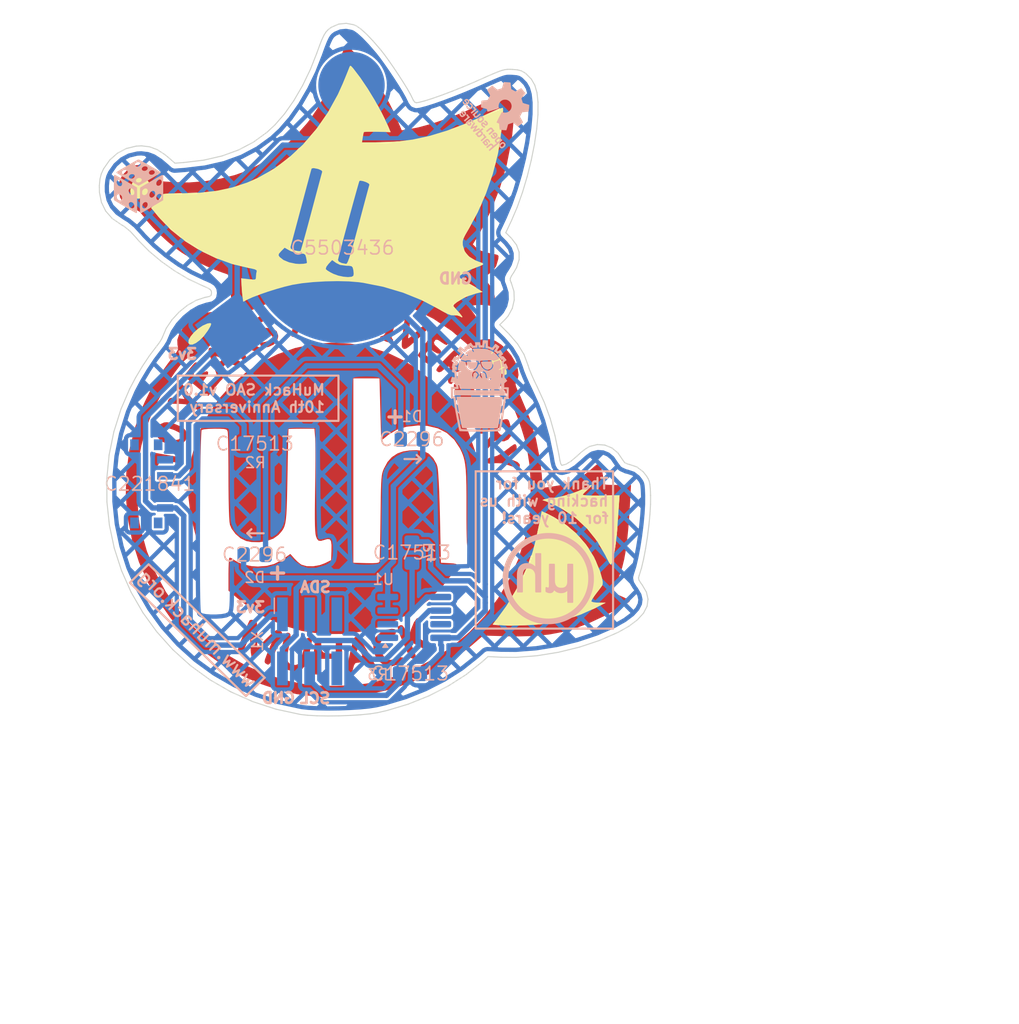
<source format=kicad_pcb>
(kicad_pcb (version 20240108) (generator "pcbnew") (generator_version "8.0")
  (title_block (title "MuHack SAO 10th Anniversary") (date "2024-10-23") (rev "v1.1"))
  (layers (0 "F.Cu" signal) (31 "B.Cu" signal) (34 "B.Paste" user) (35 "F.Paste" user) (36 "B.SilkS" user "B.Silkscreen") (37 "F.SilkS" user "F.Silkscreen") (38 "B.Mask" user) (39 "F.Mask" user) (44 "Edge.Cuts" user))
  (net 0 "")
  (net 1 "Net-(D1-A)")
  (net 4 "GND")
  (net 5 "VCC")
  (net 6 "/SCL")
  (net 7 "/SDA")
  (net 11 "Net-(R2-Pad2)")
  (footprint "LOGO" (layer "F.Cu") (at 107.93 112.15)
    (property "Reference" "G***" (hide yes))
    (property "Value" "LOGO" (hide yes))
  )
  (footprint "LOGO" (layer "F.Cu") (at 64.077608 56.565285)
    (property "Reference" "SilkScreen" (hide yes))
    (property "Value" "SilkScreen" (hide yes))
  )
  (footprint "LOGO" (layer "F.Cu") (at 64.077608 56.565285)
    (property "Reference" "F-Cu" (hide yes))
    (property "Value" "F-Cu" (hide yes))
  )
  (footprint "LOGO" (layer "F.Cu") (at 64.077608 56.565285)
    (property "Reference" "F-Mask" (hide yes))
    (property "Value" "F-Mask" (hide yes))
  )
  (footprint "LOGO" (layer "F.Cu") (at 64.077608 56.565285)
    (property "Reference" "KeepOut-B-SolderMask_LOGO" (hide yes))
    (property "Value" "KeepOut-B-SolderMask_LOGO" (hide yes))
  )
  (footprint "LOGO" (layer "F.Cu") (at 64.077608 56.565285)
    (property "Reference" "B-SolderMask_LOGO" (hide yes))
    (property "Value" "B-SolderMask_LOGO" (hide yes))
  )
  (footprint "LOGO" (layer "F.Cu") (at 64.077608 56.565285)
    (property "Reference" "EdgeCut" (hide yes))
    (property "Value" "EdgeCut" (hide yes))
    (fp_line (start -25.73893 -17.222948) (end -25.679442 -17.826164) (stroke (width 0.1)) (layer "Edge.Cuts"))
    (fp_line (start -25.737161 -17.050041) (end -25.73893 -17.222948) (stroke (width 0.1)) (layer "Edge.Cuts"))
    (fp_line (start -25.732368 -16.581628) (end -25.737161 -17.050041) (stroke (width 0.1)) (layer "Edge.Cuts"))
    (fp_line (start -25.679442 -17.826164) (end -25.560086 -18.300832) (stroke (width 0.1)) (layer "Edge.Cuts"))
    (fp_line (start -25.560086 -18.300832) (end -25.351552 -18.760714) (stroke (width 0.1)) (layer "Edge.Cuts"))
    (fp_line (start -25.545143 -15.648662) (end -25.732368 -16.581628) (stroke (width 0.1)) (layer "Edge.Cuts"))
    (fp_line (start -25.351552 -18.760714) (end -25.33469 -18.791929) (stroke (width 0.1)) (layer "Edge.Cuts"))
    (fp_line (start -25.33469 -18.791929) (end -24.764673 -19.604995) (stroke (width 0.1)) (layer "Edge.Cuts"))
    (fp_line (start -25.145475 -14.831818) (end -25.545143 -15.648662) (stroke (width 0.1)) (layer "Edge.Cuts"))
    (fp_line (start -25.040539 10.133848) (end -24.825331 7.946173) (stroke (width 0.1)) (layer "Edge.Cuts"))
    (fp_line (start -25.031564 12.326563) (end -25.040539 10.133848) (stroke (width 0.1)) (layer "Edge.Cuts"))
    (fp_line (start -24.825331 7.946173) (end -24.384787 5.782967) (stroke (width 0.1)) (layer "Edge.Cuts"))
    (fp_line (start -24.799556 14.504888) (end -25.031564 12.326563) (stroke (width 0.1)) (layer "Edge.Cuts"))
    (fp_line (start -24.764673 -19.604995) (end -24.050207 -20.238556) (stroke (width 0.1)) (layer "Edge.Cuts"))
    (fp_line (start -24.53871 -14.14078) (end -25.145475 -14.831818) (stroke (width 0.1)) (layer "Edge.Cuts"))
    (fp_line (start -24.384787 5.782967) (end -23.717758 3.663659) (stroke (width 0.1)) (layer "Edge.Cuts"))
    (fp_line (start -24.345668 16.649394) (end -24.799556 14.504888) (stroke (width 0.1)) (layer "Edge.Cuts"))
    (fp_line (start -24.050207 -20.238556) (end -23.219935 -20.67535) (stroke (width 0.1)) (layer "Edge.Cuts"))
    (fp_line (start -23.730196 -13.58523) (end -24.53871 -14.14078) (stroke (width 0.1)) (layer "Edge.Cuts"))
    (fp_line (start -23.717758 3.663659) (end -22.903706 1.770673) (stroke (width 0.1)) (layer "Edge.Cuts"))
    (fp_line (start -23.67105 18.740653) (end -24.345668 16.649394) (stroke (width 0.1)) (layer "Edge.Cuts"))
    (fp_line (start -23.409233 -13.392266) (end -23.730196 -13.58523) (stroke (width 0.1)) (layer "Edge.Cuts"))
    (fp_line (start -23.219935 -20.67535) (end -22.302498 -20.898115) (stroke (width 0.1)) (layer "Edge.Cuts"))
    (fp_line (start -22.903706 1.770673) (end -22.34977 0.721043) (stroke (width 0.1)) (layer "Edge.Cuts"))
    (fp_line (start -22.859448 -12.945186) (end -23.409233 -13.392266) (stroke (width 0.1)) (layer "Edge.Cuts"))
    (fp_line (start -22.776854 20.759234) (end -23.67105 18.740653) (stroke (width 0.1)) (layer "Edge.Cuts"))
    (fp_line (start -22.34977 0.721043) (end -21.718041 -0.337794) (stroke (width 0.1)) (layer "Edge.Cuts"))
    (fp_line (start -22.302498 -20.898115) (end -21.797597 -20.9236) (stroke (width 0.1)) (layer "Edge.Cuts"))
    (fp_line (start -22.286058 -12.320713) (end -22.859448 -12.945186) (stroke (width 0.1)) (layer "Edge.Cuts"))
    (fp_line (start -22.053555 -12.050111) (end -22.286058 -12.320713) (stroke (width 0.1)) (layer "Edge.Cuts"))
    (fp_line (start -21.797597 -20.9236) (end -21.041677 -20.833666) (stroke (width 0.1)) (layer "Edge.Cuts"))
    (fp_line (start -21.718041 -0.337794) (end -21.058696 -1.326462) (stroke (width 0.1)) (layer "Edge.Cuts"))
    (fp_line (start -21.664232 22.685709) (end -22.776854 20.759234) (stroke (width 0.1)) (layer "Edge.Cuts"))
    (fp_line (start -21.087254 -11.077353) (end -22.053555 -12.050111) (stroke (width 0.1)) (layer "Edge.Cuts"))
    (fp_line (start -21.058696 -1.326462) (end -20.421909 -2.165583) (stroke (width 0.1)) (layer "Edge.Cuts"))
    (fp_line (start -21.041677 -20.833666) (end -20.334879 -20.570009) (stroke (width 0.1)) (layer "Edge.Cuts"))
    (fp_line (start -20.421909 -2.165583) (end -20.394986 -2.198077) (stroke (width 0.1)) (layer "Edge.Cuts"))
    (fp_line (start -20.394986 -2.198077) (end -20.125485 -2.555104) (stroke (width 0.1)) (layer "Edge.Cuts"))
    (fp_line (start -20.387127 24.446113) (end -21.664232 22.685709) (stroke (width 0.1)) (layer "Edge.Cuts"))
    (fp_line (start -20.334879 -20.570009) (end -19.622608 -20.109222) (stroke (width 0.1)) (layer "Edge.Cuts"))
    (fp_line (start -20.125485 -2.555104) (end -19.919598 -2.887803) (stroke (width 0.1)) (layer "Edge.Cuts"))
    (fp_line (start -19.958325 -10.132041) (end -21.087254 -11.077353) (stroke (width 0.1)) (layer "Edge.Cuts"))
    (fp_line (start -19.919598 -2.887803) (end -19.846351 -3.052885) (stroke (width 0.1)) (layer "Edge.Cuts"))
    (fp_line (start -19.846351 -3.052885) (end -19.492561 -3.880709) (stroke (width 0.1)) (layer "Edge.Cuts"))
    (fp_line (start -19.622608 -20.109222) (end -19.320624 -19.861606) (stroke (width 0.1)) (layer "Edge.Cuts"))
    (fp_line (start -19.492561 -3.880709) (end -18.956976 -4.679393) (stroke (width 0.1)) (layer "Edge.Cuts"))
    (fp_line (start -19.320624 -19.861606) (end -18.675382 -19.304193) (stroke (width 0.1)) (layer "Edge.Cuts"))
    (fp_line (start -18.956976 -4.679393) (end -18.284164 -5.408157) (stroke (width 0.1)) (layer "Edge.Cuts"))
    (fp_line (start -18.880552 26.127575) (end -20.387127 24.446113) (stroke (width 0.1)) (layer "Edge.Cuts"))
    (fp_line (start -18.729059 -9.259424) (end -19.958325 -10.132041) (stroke (width 0.1)) (layer "Edge.Cuts"))
    (fp_line (start -18.675382 -19.304193) (end -17.855239 -19.364747) (stroke (width 0.1)) (layer "Edge.Cuts"))
    (fp_line (start -18.284164 -5.408157) (end -17.518692 -6.02622) (stroke (width 0.1)) (layer "Edge.Cuts"))
    (fp_line (start -17.855239 -19.364747) (end -15.979506 -19.590512) (stroke (width 0.1)) (layer "Edge.Cuts"))
    (fp_line (start -17.518692 -6.02622) (end -16.705127 -6.492799) (stroke (width 0.1)) (layer "Edge.Cuts"))
    (fp_line (start -17.461749 -8.504752) (end -18.729059 -9.259424) (stroke (width 0.1)) (layer "Edge.Cuts"))
    (fp_line (start -17.21644 27.630313) (end -18.880552 26.127575) (stroke (width 0.1)) (layer "Edge.Cuts"))
    (fp_line (start -16.705127 -6.492799) (end -15.888039 -6.767113) (stroke (width 0.1)) (layer "Edge.Cuts"))
    (fp_line (start -16.218684 -7.913274) (end -17.461749 -8.504752) (stroke (width 0.1)) (layer "Edge.Cuts"))
    (fp_line (start -15.981228 -7.814916) (end -16.218684 -7.913274) (stroke (width 0.1)) (layer "Edge.Cuts"))
    (fp_line (start -15.979506 -19.590512) (end -14.276881 -19.980708) (stroke (width 0.1)) (layer "Edge.Cuts"))
    (fp_line (start -15.888039 -6.767113) (end -15.762166 -6.790084) (stroke (width 0.1)) (layer "Edge.Cuts"))
    (fp_line (start -15.762166 -6.790084) (end -15.442222 -6.861144) (stroke (width 0.1)) (layer "Edge.Cuts"))
    (fp_line (start -15.600328 -7.641902) (end -15.981228 -7.814916) (stroke (width 0.1)) (layer "Edge.Cuts"))
    (fp_line (start -15.442222 -6.861144) (end -15.298773 -6.973244) (stroke (width 0.1)) (layer "Edge.Cuts"))
    (fp_line (start -15.407262 28.946267) (end -17.21644 27.630313) (stroke (width 0.1)) (layer "Edge.Cuts"))
    (fp_line (start -15.383804 -7.503613) (end -15.600328 -7.641902) (stroke (width 0.1)) (layer "Edge.Cuts"))
    (fp_line (start -15.298773 -6.973244) (end -15.264481 -7.181354) (stroke (width 0.1)) (layer "Edge.Cuts"))
    (fp_line (start -15.286791 -7.366345) (end -15.383804 -7.503613) (stroke (width 0.1)) (layer "Edge.Cuts"))
    (fp_line (start -15.264481 -7.181354) (end -15.264423 -7.196394) (stroke (width 0.1)) (layer "Edge.Cuts"))
    (fp_line (start -15.264423 -7.196394) (end -15.286791 -7.366345) (stroke (width 0.1)) (layer "Edge.Cuts"))
    (fp_line (start -14.276881 -19.980708) (end -12.735571 -20.540206) (stroke (width 0.1)) (layer "Edge.Cuts"))
    (fp_line (start -13.465489 30.067381) (end -15.407262 28.946267) (stroke (width 0.1)) (layer "Edge.Cuts"))
    (fp_line (start -12.735571 -20.540206) (end -11.34378 -21.273877) (stroke (width 0.1)) (layer "Edge.Cuts"))
    (fp_line (start -11.403593 30.985595) (end -13.465489 30.067381) (stroke (width 0.1)) (layer "Edge.Cuts"))
    (fp_line (start -11.34378 -21.273877) (end -10.089714 -22.186592) (stroke (width 0.1)) (layer "Edge.Cuts"))
    (fp_line (start -10.089714 -22.186592) (end -9.339184 -22.881881) (stroke (width 0.1)) (layer "Edge.Cuts"))
    (fp_line (start -9.339184 -22.881881) (end -8.438806 -23.917646) (stroke (width 0.1)) (layer "Edge.Cuts"))
    (fp_line (start -9.234044 31.69285) (end -11.403593 30.985595) (stroke (width 0.1)) (layer "Edge.Cuts"))
    (fp_line (start -8.438806 -23.917646) (end -7.570332 -25.154796) (stroke (width 0.1)) (layer "Edge.Cuts"))
    (fp_line (start -7.570332 -25.154796) (end -6.758754 -26.550584) (stroke (width 0.1)) (layer "Edge.Cuts"))
    (fp_line (start -6.969313 32.181089) (end -9.234044 31.69285) (stroke (width 0.1)) (layer "Edge.Cuts"))
    (fp_line (start -6.758754 -26.550584) (end -6.029062 -28.062262) (stroke (width 0.1)) (layer "Edge.Cuts"))
    (fp_line (start -6.280586 32.259288) (end -6.969313 32.181089) (stroke (width 0.1)) (layer "Edge.Cuts"))
    (fp_line (start -6.029062 -28.062262) (end -5.439717 -29.551923) (stroke (width 0.1)) (layer "Edge.Cuts"))
    (fp_line (start -5.439717 -29.551923) (end -5.168204 -30.302328) (stroke (width 0.1)) (layer "Edge.Cuts"))
    (fp_line (start -5.408933 32.306484) (end -6.280586 32.259288) (stroke (width 0.1)) (layer "Edge.Cuts"))
    (fp_line (start -5.168204 -30.302328) (end -4.948128 -30.859785) (stroke (width 0.1)) (layer "Edge.Cuts"))
    (fp_line (start -4.948128 -30.859785) (end -4.756838 -31.264069) (stroke (width 0.1)) (layer "Edge.Cuts"))
    (fp_line (start -4.756838 -31.264069) (end -4.571682 -31.554956) (stroke (width 0.1)) (layer "Edge.Cuts"))
    (fp_line (start -4.571682 -31.554956) (end -4.37001 -31.77222) (stroke (width 0.1)) (layer "Edge.Cuts"))
    (fp_line (start -4.415812 32.323898) (end -5.408933 32.306484) (stroke (width 0.1)) (layer "Edge.Cuts"))
    (fp_line (start -4.37001 -31.77222) (end -4.129169 -31.955635) (stroke (width 0.1)) (layer "Edge.Cuts"))
    (fp_line (start -4.129169 -31.955635) (end -4.036429 -32.016025) (stroke (width 0.1)) (layer "Edge.Cuts"))
    (fp_line (start -4.036429 -32.016025) (end -3.387671 -32.292696) (stroke (width 0.1)) (layer "Edge.Cuts"))
    (fp_line (start -3.387671 -32.292696) (end -2.679104 -32.367046) (stroke (width 0.1)) (layer "Edge.Cuts"))
    (fp_line (start -3.361568 32.312931) (end -4.415812 32.323898) (stroke (width 0.1)) (layer "Edge.Cuts"))
    (fp_line (start -2.679104 -32.367046) (end -1.987031 -32.235426) (stroke (width 0.1)) (layer "Edge.Cuts"))
    (fp_line (start -2.306549 32.274984) (end -3.361568 32.312931) (stroke (width 0.1)) (layer "Edge.Cuts"))
    (fp_line (start -1.987031 -32.235426) (end -1.73528 -32.126037) (stroke (width 0.1)) (layer "Edge.Cuts"))
    (fp_line (start -1.73528 -32.126037) (end -1.321626 -31.842542) (stroke (width 0.1)) (layer "Edge.Cuts"))
    (fp_line (start -1.321626 -31.842542) (end -0.795344 -31.366925) (stroke (width 0.1)) (layer "Edge.Cuts"))
    (fp_line (start -1.311101 32.211458) (end -2.306549 32.274984) (stroke (width 0.1)) (layer "Edge.Cuts"))
    (fp_line (start -0.795344 -31.366925) (end -0.17231 -30.714754) (stroke (width 0.1)) (layer "Edge.Cuts"))
    (fp_line (start -0.435572 32.123753) (end -1.311101 32.211458) (stroke (width 0.1)) (layer "Edge.Cuts"))
    (fp_line (start -0.17231 -30.714754) (end 0.523742 -29.911036) (stroke (width 0.1)) (layer "Edge.Cuts"))
    (fp_line (start 0.259691 32.013271) (end -0.435572 32.123753) (stroke (width 0.1)) (layer "Edge.Cuts"))
    (fp_line (start 0.523742 -29.911036) (end 0.875246 -29.461897) (stroke (width 0.1)) (layer "Edge.Cuts"))
    (fp_line (start 0.875246 -29.461897) (end 1.297425 -28.880877) (stroke (width 0.1)) (layer "Edge.Cuts"))
    (fp_line (start 1.113522 31.817985) (end 0.259691 32.013271) (stroke (width 0.1)) (layer "Edge.Cuts"))
    (fp_line (start 1.297425 -28.880877) (end 1.757193 -28.217984) (stroke (width 0.1)) (layer "Edge.Cuts"))
    (fp_line (start 1.757193 -28.217984) (end 2.22146 -27.523223) (stroke (width 0.1)) (layer "Edge.Cuts"))
    (fp_line (start 2.22146 -27.523223) (end 2.65714 -26.846603) (stroke (width 0.1)) (layer "Edge.Cuts"))
    (fp_line (start 2.65714 -26.846603) (end 3.031143 -26.23813) (stroke (width 0.1)) (layer "Edge.Cuts"))
    (fp_line (start 3.031143 -26.23813) (end 3.310384 -25.747811) (stroke (width 0.1)) (layer "Edge.Cuts"))
    (fp_line (start 3.105819 31.221381) (end 1.113522 31.817985) (stroke (width 0.1)) (layer "Edge.Cuts"))
    (fp_line (start 3.310384 -25.747811) (end 3.411749 -25.546262) (stroke (width 0.1)) (layer "Edge.Cuts"))
    (fp_line (start 3.411749 -25.546262) (end 3.587976 -25.185829) (stroke (width 0.1)) (layer "Edge.Cuts"))
    (fp_line (start 3.587976 -25.185829) (end 3.723826 -25.002905) (stroke (width 0.1)) (layer "Edge.Cuts"))
    (fp_line (start 3.723826 -25.002905) (end 3.874961 -24.950445) (stroke (width 0.1)) (layer "Edge.Cuts"))
    (fp_line (start 3.874961 -24.950445) (end 4.083384 -24.978598) (stroke (width 0.1)) (layer "Edge.Cuts"))
    (fp_line (start 4.083384 -24.978598) (end 4.641878 -25.12168) (stroke (width 0.1)) (layer "Edge.Cuts"))
    (fp_line (start 4.641878 -25.12168) (end 5.378476 -25.3545) (stroke (width 0.1)) (layer "Edge.Cuts"))
    (fp_line (start 5.02932 30.450434) (end 3.105819 31.221381) (stroke (width 0.1)) (layer "Edge.Cuts"))
    (fp_line (start 5.378476 -25.3545) (end 6.25096 -25.661405) (stroke (width 0.1)) (layer "Edge.Cuts"))
    (fp_line (start 6.25096 -25.661405) (end 7.217114 -26.026737) (stroke (width 0.1)) (layer "Edge.Cuts"))
    (fp_line (start 6.845444 29.523892) (end 5.02932 30.450434) (stroke (width 0.1)) (layer "Edge.Cuts"))
    (fp_line (start 7.217114 -26.026737) (end 8.234722 -26.434842) (stroke (width 0.1)) (layer "Edge.Cuts"))
    (fp_line (start 8.234722 -26.434842) (end 9.261566 -26.870064) (stroke (width 0.1)) (layer "Edge.Cuts"))
    (fp_line (start 8.515614 28.460506) (end 6.845444 29.523892) (stroke (width 0.1)) (layer "Edge.Cuts"))
    (fp_line (start 9.261566 -26.870064) (end 9.671027 -27.050736) (stroke (width 0.1)) (layer "Edge.Cuts"))
    (fp_line (start 9.671027 -27.050736) (end 10.456981 -27.400565) (stroke (width 0.1)) (layer "Edge.Cuts"))
    (fp_line (start 10.001252 27.279022) (end 8.515614 28.460506) (stroke (width 0.1)) (layer "Edge.Cuts"))
    (fp_line (start 10.456981 -27.400565) (end 11.058294 -27.662179) (stroke (width 0.1)) (layer "Edge.Cuts"))
    (fp_line (start 10.56298 26.776793) (end 10.001252 27.279022) (stroke (width 0.1)) (layer "Edge.Cuts"))
    (fp_line (start 11.058294 -27.662179) (end 11.513 -27.847682) (stroke (width 0.1)) (layer "Edge.Cuts"))
    (fp_line (start 11.513 -27.847682) (end 11.859135 -27.969178) (stroke (width 0.1)) (layer "Edge.Cuts"))
    (fp_line (start 11.662019 -4.214958) (end 12.517458 -3.359162) (stroke (width 0.1)) (layer "Edge.Cuts"))
    (fp_line (start 11.784134 26.835282) (end 10.56298 26.776793) (stroke (width 0.1)) (layer "Edge.Cuts"))
    (fp_line (start 11.859135 -27.969178) (end 12.134732 -28.038768) (stroke (width 0.1)) (layer "Edge.Cuts"))
    (fp_line (start 12.134732 -28.038768) (end 12.377828 -28.068558) (stroke (width 0.1)) (layer "Edge.Cuts"))
    (fp_line (start 12.175027 -4.724115) (end 11.662019 -4.214958) (stroke (width 0.1)) (layer "Edge.Cuts"))
    (fp_line (start 12.224115 -12.815965) (end 12.746889 -12.293192) (stroke (width 0.1)) (layer "Edge.Cuts"))
    (fp_line (start 12.377828 -28.068558) (end 12.626457 -28.07065) (stroke (width 0.1)) (layer "Edge.Cuts"))
    (fp_line (start 12.449094 -5.041267) (end 12.175027 -4.724115) (stroke (width 0.1)) (layer "Edge.Cuts"))
    (fp_line (start 12.517458 -3.359162) (end 13.32364 -2.423017) (stroke (width 0.1)) (layer "Edge.Cuts"))
    (fp_line (start 12.626457 -28.07065) (end 12.84576 -28.060993) (stroke (width 0.1)) (layer "Edge.Cuts"))
    (fp_line (start 12.642491 -8.35621) (end 12.726491 -8.141749) (stroke (width 0.1)) (layer "Edge.Cuts"))
    (fp_line (start 12.644159 -8.5386) (end 12.642491 -8.35621) (stroke (width 0.1)) (layer "Edge.Cuts"))
    (fp_line (start 12.726491 -8.141749) (end 12.741237 -8.110666) (stroke (width 0.1)) (layer "Edge.Cuts"))
    (fp_line (start 12.741237 -8.110666) (end 12.985768 -7.332202) (stroke (width 0.1)) (layer "Edge.Cuts"))
    (fp_line (start 12.746889 -12.293192) (end 13.226126 -11.668021) (stroke (width 0.1)) (layer "Edge.Cuts"))
    (fp_line (start 12.749631 -8.766299) (end 12.644159 -8.5386) (stroke (width 0.1)) (layer "Edge.Cuts"))
    (fp_line (start 12.758445 -13.948608) (end 12.224115 -12.815965) (stroke (width 0.1)) (layer "Edge.Cuts"))
    (fp_line (start 12.830895 -5.744859) (end 12.449094 -5.041267) (stroke (width 0.1)) (layer "Edge.Cuts"))
    (fp_line (start 12.84576 -28.060993) (end 13.331975 -28.018566) (stroke (width 0.1)) (layer "Edge.Cuts"))
    (fp_line (start 12.977045 -9.116685) (end 12.749631 -8.766299) (stroke (width 0.1)) (layer "Edge.Cuts"))
    (fp_line (start 12.985768 -7.332202) (end 13.01272 -6.526052) (stroke (width 0.1)) (layer "Edge.Cuts"))
    (fp_line (start 13.01272 -6.526052) (end 12.830895 -5.744859) (stroke (width 0.1)) (layer "Edge.Cuts"))
    (fp_line (start 13.194241 26.845915) (end 11.784134 26.835282) (stroke (width 0.1)) (layer "Edge.Cuts"))
    (fp_line (start 13.226126 -11.668021) (end 13.467345 -10.996118) (stroke (width 0.1)) (layer "Edge.Cuts"))
    (fp_line (start 13.232391 -9.558156) (end 12.977045 -9.116685) (stroke (width 0.1)) (layer "Edge.Cuts"))
    (fp_line (start 13.291996 -15.199607) (end 12.758445 -13.948608) (stroke (width 0.1)) (layer "Edge.Cuts"))
    (fp_line (start 13.32364 -2.423017) (end 13.921801 -1.44332) (stroke (width 0.1)) (layer "Edge.Cuts"))
    (fp_line (start 13.331975 -28.018566) (end 13.67146 -27.932003) (stroke (width 0.1)) (layer "Edge.Cuts"))
    (fp_line (start 13.467345 -10.996118) (end 13.469711 -10.288993) (stroke (width 0.1)) (layer "Edge.Cuts"))
    (fp_line (start 13.469711 -10.288993) (end 13.232391 -9.558156) (stroke (width 0.1)) (layer "Edge.Cuts"))
    (fp_line (start 13.67146 -27.932003) (end 13.961402 -27.769572) (stroke (width 0.1)) (layer "Edge.Cuts"))
    (fp_line (start 13.785943 -16.591967) (end 13.291996 -15.199607) (stroke (width 0.1)) (layer "Edge.Cuts"))
    (fp_line (start 13.921801 -1.44332) (end 14.294269 -0.449143) (stroke (width 0.1)) (layer "Edge.Cuts"))
    (fp_line (start 13.961402 -27.769572) (end 14.127425 -27.642511) (stroke (width 0.1)) (layer "Edge.Cuts"))
    (fp_line (start 14.127425 -27.642511) (end 14.602942 -27.1632) (stroke (width 0.1)) (layer "Edge.Cuts"))
    (fp_line (start 14.2262 -18.069741) (end 13.785943 -16.591967) (stroke (width 0.1)) (layer "Edge.Cuts"))
    (fp_line (start 14.294269 -0.449143) (end 14.299773 -0.427404) (stroke (width 0.1)) (layer "Edge.Cuts"))
    (fp_line (start 14.299773 -0.427404) (end 14.415219 -0.078748) (stroke (width 0.1)) (layer "Edge.Cuts"))
    (fp_line (start 14.415219 -0.078748) (end 14.616514 0.419383) (stroke (width 0.1)) (layer "Edge.Cuts"))
    (fp_line (start 14.60165 -19.583276) (end 14.2262 -18.069741) (stroke (width 0.1)) (layer "Edge.Cuts"))
    (fp_line (start 14.602942 -27.1632) (end 14.933054 -26.592601) (stroke (width 0.1)) (layer "Edge.Cuts"))
    (fp_line (start 14.616514 0.419383) (end 14.875338 1.00056) (stroke (width 0.1)) (layer "Edge.Cuts"))
    (fp_line (start 14.875338 1.00056) (end 15.163772 1.599159) (stroke (width 0.1)) (layer "Edge.Cuts"))
    (fp_line (start 14.901177 -21.082922) (end 14.60165 -19.583276) (stroke (width 0.1)) (layer "Edge.Cuts"))
    (fp_line (start 14.933054 -26.592601) (end 15.136845 -25.885135) (stroke (width 0.1)) (layer "Edge.Cuts"))
    (fp_line (start 15.113666 -22.519026) (end 14.901177 -21.082922) (stroke (width 0.1)) (layer "Edge.Cuts"))
    (fp_line (start 15.136845 -25.885135) (end 15.233064 -25.001999) (stroke (width 0.1)) (layer "Edge.Cuts"))
    (fp_line (start 15.13888 26.698045) (end 13.194241 26.845915) (stroke (width 0.1)) (layer "Edge.Cuts"))
    (fp_line (start 15.163772 1.599159) (end 15.823799 3.043836) (stroke (width 0.1)) (layer "Edge.Cuts"))
    (fp_line (start 15.228 -23.841936) (end 15.113666 -22.519026) (stroke (width 0.1)) (layer "Edge.Cuts"))
    (fp_line (start 15.233064 -25.001999) (end 15.228 -23.841936) (stroke (width 0.1)) (layer "Edge.Cuts"))
    (fp_line (start 15.823799 3.043836) (end 16.367458 4.532346) (stroke (width 0.1)) (layer "Edge.Cuts"))
    (fp_line (start 16.367458 4.532346) (end 16.812796 6.12325) (stroke (width 0.1)) (layer "Edge.Cuts"))
    (fp_line (start 16.812796 6.12325) (end 17.17786 7.875112) (stroke (width 0.1)) (layer "Edge.Cuts"))
    (fp_line (start 17.123834 26.377861) (end 15.13888 26.698045) (stroke (width 0.1)) (layer "Edge.Cuts"))
    (fp_line (start 17.17786 7.875112) (end 17.276977 8.45649) (stroke (width 0.1)) (layer "Edge.Cuts"))
    (fp_line (start 17.276977 8.45649) (end 17.35026 8.750382) (stroke (width 0.1)) (layer "Edge.Cuts"))
    (fp_line (start 17.35026 8.750382) (end 17.438905 8.906656) (stroke (width 0.1)) (layer "Edge.Cuts"))
    (fp_line (start 17.438905 8.906656) (end 17.460083 8.914423) (stroke (width 0.1)) (layer "Edge.Cuts"))
    (fp_line (start 17.460083 8.914423) (end 17.845843 8.812262) (stroke (width 0.1)) (layer "Edge.Cuts"))
    (fp_line (start 17.845843 8.812262) (end 18.326981 8.517768) (stroke (width 0.1)) (layer "Edge.Cuts"))
    (fp_line (start 18.326981 8.517768) (end 18.874716 8.048927) (stroke (width 0.1)) (layer "Edge.Cuts"))
    (fp_line (start 18.874716 8.048927) (end 18.927884 7.997234) (stroke (width 0.1)) (layer "Edge.Cuts"))
    (fp_line (start 18.927884 7.997234) (end 19.321696 7.644709) (stroke (width 0.1)) (layer "Edge.Cuts"))
    (fp_line (start 19.088391 25.898266) (end 17.123834 26.377861) (stroke (width 0.1)) (layer "Edge.Cuts"))
    (fp_line (start 19.321696 7.644709) (end 19.720625 7.342811) (stroke (width 0.1)) (layer "Edge.Cuts"))
    (fp_line (start 19.720625 7.342811) (end 20.04128 7.15437) (stroke (width 0.1)) (layer "Edge.Cuts"))
    (fp_line (start 20.04128 7.15437) (end 20.053529 7.14915) (stroke (width 0.1)) (layer "Edge.Cuts"))
    (fp_line (start 20.053529 7.14915) (end 20.771029 6.972497) (stroke (width 0.1)) (layer "Edge.Cuts"))
    (fp_line (start 20.771029 6.972497) (end 21.474768 7.024002) (stroke (width 0.1)) (layer "Edge.Cuts"))
    (fp_line (start 20.971837 25.272165) (end 19.088391 25.898266) (stroke (width 0.1)) (layer "Edge.Cuts"))
    (fp_line (start 21.474768 7.024002) (end 22.12748 7.288724) (stroke (width 0.1)) (layer "Edge.Cuts"))
    (fp_line (start 22.12748 7.288724) (end 22.691899 7.751723) (stroke (width 0.1)) (layer "Edge.Cuts"))
    (fp_line (start 22.691899 7.751723) (end 23.121201 8.378965) (stroke (width 0.1)) (layer "Edge.Cuts"))
    (fp_line (start 22.713461 24.51246) (end 20.971837 25.272165) (stroke (width 0.1)) (layer "Edge.Cuts"))
    (fp_line (start 23.121201 8.378965) (end 23.332671 8.666927) (stroke (width 0.1)) (layer "Edge.Cuts"))
    (fp_line (start 23.332671 8.666927) (end 23.648188 8.810156) (stroke (width 0.1)) (layer "Edge.Cuts"))
    (fp_line (start 23.648188 8.810156) (end 23.776591 8.835394) (stroke (width 0.1)) (layer "Edge.Cuts"))
    (fp_line (start 23.71448 23.948271) (end 22.713461 24.51246) (stroke (width 0.1)) (layer "Edge.Cuts"))
    (fp_line (start 23.776591 8.835394) (end 24.469639 9.068463) (stroke (width 0.1)) (layer "Edge.Cuts"))
    (fp_line (start 24.469639 9.068463) (end 25.056612 9.51904) (stroke (width 0.1)) (layer "Edge.Cuts"))
    (fp_line (start 24.519857 23.342401) (end 23.71448 23.948271) (stroke (width 0.1)) (layer "Edge.Cuts"))
    (fp_line (start 24.621829 19.425523) (end 24.662319 19.630884) (stroke (width 0.1)) (layer "Edge.Cuts"))
    (fp_line (start 24.662319 19.630884) (end 24.826304 19.89997) (stroke (width 0.1)) (layer "Edge.Cuts"))
    (fp_line (start 24.679226 19.204582) (end 24.621829 19.425523) (stroke (width 0.1)) (layer "Edge.Cuts"))
    (fp_line (start 24.693856 19.165806) (end 24.679226 19.204582) (stroke (width 0.1)) (layer "Edge.Cuts"))
    (fp_line (start 24.826304 19.89997) (end 24.963126 20.083872) (stroke (width 0.1)) (layer "Edge.Cuts"))
    (fp_line (start 24.896897 18.508631) (end 24.693856 19.165806) (stroke (width 0.1)) (layer "Edge.Cuts"))
    (fp_line (start 24.963126 20.083872) (end 25.357082 20.756696) (stroke (width 0.1)) (layer "Edge.Cuts"))
    (fp_line (start 25.056612 9.51904) (end 25.364583 9.907647) (stroke (width 0.1)) (layer "Edge.Cuts"))
    (fp_line (start 25.088243 22.717476) (end 24.519857 23.342401) (stroke (width 0.1)) (layer "Edge.Cuts"))
    (fp_line (start 25.095112 17.665577) (end 24.896897 18.508631) (stroke (width 0.1)) (layer "Edge.Cuts"))
    (fp_line (start 25.280712 16.691043) (end 25.095112 17.665577) (stroke (width 0.1)) (layer "Edge.Cuts"))
    (fp_line (start 25.357082 20.756696) (end 25.508295 21.421792) (stroke (width 0.1)) (layer "Edge.Cuts"))
    (fp_line (start 25.364583 9.907647) (end 25.518005 10.159071) (stroke (width 0.1)) (layer "Edge.Cuts"))
    (fp_line (start 25.418202 22.07633) (end 25.088243 22.717476) (stroke (width 0.1)) (layer "Edge.Cuts"))
    (fp_line (start 25.445903 15.639431) (end 25.280712 16.691043) (stroke (width 0.1)) (layer "Edge.Cuts"))
    (fp_line (start 25.508295 21.421792) (end 25.418202 22.07633) (stroke (width 0.1)) (layer "Edge.Cuts"))
    (fp_line (start 25.518005 10.159071) (end 25.619852 10.400764) (stroke (width 0.1)) (layer "Edge.Cuts"))
    (fp_line (start 25.582897 14.565141) (end 25.445903 15.639431) (stroke (width 0.1)) (layer "Edge.Cuts"))
    (fp_line (start 25.619852 10.400764) (end 25.683014 10.694863) (stroke (width 0.1)) (layer "Edge.Cuts"))
    (fp_line (start 25.683014 10.694863) (end 25.72038 11.103506) (stroke (width 0.1)) (layer "Edge.Cuts"))
    (fp_line (start 25.683902 13.522574) (end 25.582897 14.565141) (stroke (width 0.1)) (layer "Edge.Cuts"))
    (fp_line (start 25.72038 11.103506) (end 25.744839 11.688829) (stroke (width 0.1)) (layer "Edge.Cuts"))
    (fp_line (start 25.741127 12.566129) (end 25.683902 13.522574) (stroke (width 0.1)) (layer "Edge.Cuts"))
    (fp_line (start 25.744839 11.688829) (end 25.746782 11.750207) (stroke (width 0.1)) (layer "Edge.Cuts"))
    (fp_line (start 25.746782 11.750207) (end 25.741127 12.566129) (stroke (width 0.1)) (layer "Edge.Cuts"))
  )
  (footprint "LOGO" (layer "F.Cu") (at 64.077608 56.565285)
    (property "Reference" "SolderMask_LOGO" (hide yes))
    (property "Value" "SolderMask_LOGO" (hide yes))
  )
  (footprint "LOGO" (layer "B.Cu") (at 73.824862 58.06959 180)
    (property "Reference" "G***")
    (property "Value" "LOGO" (hide yes))
  )
  (footprint "LED_SMD:LED_0805_2012Metric_Pad1.15x1.40mm_HandSolder" (layer "B.Cu") (at 52.84 73.82)
    (property "Reference" "D2")
    (property "Value" "LED")
  )
  (footprint "Battery:BatteryHolder_Keystone_3002_1x2032" (layer "B.Cu") (at 61.045602 45.158959 37)
    (property "Reference" "BT1" (hide yes))
    (property "Value" "Battery_Cell" (hide yes))
  )
  (footprint "Resistor_SMD:R_0805_2012Metric_Pad1.20x1.40mm_HandSolder" (layer "B.Cu") (at 67.35 84.93)
    (property "Reference" "R3")
    (property "Value" "10K")
  )
  (footprint "Package_SO:SOIC-8_3.9x4.9mm_P1.27mm" (layer "B.Cu") (at 67.75 79.685)
    (property "Reference" "U1")
    (property "Value" "AT24CS08-SSHM")
  )
  (footprint "Resistor_SMD:R_0805_2012Metric_Pad1.20x1.40mm_HandSolder" (layer "B.Cu") (at 67.53 73.63 90)
    (property "Reference" "R4")
    (property "Value" "10K")
  )
  (footprint "LOGO" (layer "B.Cu") (at 42.002106 39.630721 180)
    (property "Reference" "BIT_LOGO" (hide yes))
    (property "Value" "BIT_LOGO" (hide yes))
  )
  (footprint "Symbol:OSHW-Logo_5.7x6mm_SilkScreen" (layer "B.Cu") (at 75.64 32.44 130)
    (property "Reference" "REF**" (hide yes))
    (property "Value" "OSHW-Logo_5.7x6mm_SilkScreen" (hide yes))
  )
  (footprint "Button_Switch_SMD:SW_SPDT_PCM12" (layer "B.Cu") (at 43.05 67.21 90)
    (property "Reference" "SW1" (hide yes))
    (property "Value" "SW_DIP_x01" (hide yes))
  )
  (footprint "LED_SMD:LED_0805_2012Metric_Pad1.15x1.40mm_HandSolder" (layer "B.Cu") (at 67.52 63.04 180)
    (property "Reference" "D1")
    (property "Value" "LED")
  )
  (footprint "Connector_PinHeader_2.54mm:PinHeader_2x03_P2.54mm_Vertical_SMD" (layer "B.Cu") (at 57.98 81.92 -90)
    (property "Reference" "X1")
    (property "Value" "Badgelife_sao_connector_v169bis" (hide yes))
  )
  (footprint "LOGO" (layer "B.Cu") (at 80.27 76.06 180)
    (property "Reference" "MUHACK_LOGO" (hide yes))
    (property "Value" "LOGO" (hide yes))
  )
  (footprint "Resistor_SMD:R_0805_2012Metric_Pad1.20x1.40mm_HandSolder" (layer "B.Cu") (at 52.86 63.46 180)
    (property "Reference" "R2")
    (property "Value" "1K")
  )
  (gr_circle (center 61.89 29.97) (end 64.89 29.97) (stroke (width 0.2)) (fill solid) (layer "B.Cu"))
  (gr_rect (start 73.49 66.04) (end 86.32 80.73) (stroke (width 0.2)) (fill none) (layer "B.SilkS"))
  (gr_rect (start 45.665 57.1) (end 60.675 61.33) (stroke (width 0.2)) (fill none) (layer "B.SilkS"))
  (gr_poly (pts (xy 42.941844 74.72042) (xy 53.781791 85.306367) (xy 52.027664 87.030494) (xy 41.187717 76.444547)) (stroke (width 0.2)) (fill none) (layer "B.SilkS"))
  (gr_text "+" (at 67.085317 61.731025 0) (layer "B.SilkS") (effects (font (size 1.5 1.5) (thickness 0.3) (bold yes)) (justify left bottom mirror)))
  (gr_text "MuHack SAO v1.0\n10th Anniversary" (at 59.515 60.63 0) (layer "B.SilkS") (effects (font (size 1 1) (thickness 0.2) (bold yes)) (justify left bottom mirror)))
  (gr_text "3v3" (at 53.938 79.32 0) (layer "B.SilkS") (effects (font (size 1 1) (thickness 0.25) (bold yes)) (justify left bottom mirror)))
  (gr_text "SCL" (at 60.034 87.818 0) (layer "B.SilkS") (effects (font (size 1 1) (thickness 0.25) (bold yes)) (justify left bottom mirror)))
  (gr_text "www.muhack.org" (at 52.3 86.55 315) (layer "B.SilkS") (effects (font (size 1.2 1.2) (thickness 0.2) (bold yes)) (justify left bottom mirror)))
  (gr_text "+" (at 56.11 76.31 0) (layer "B.SilkS") (effects (font (size 1.5 1.5) (thickness 0.3) (bold yes)) (justify left bottom mirror)))
  (gr_text "←" (at 51.55 70.81 180) (layer "B.SilkS") (effects (font (size 2 2) (thickness 0.2) (bold yes)) (justify left bottom mirror)))
  (gr_text "Thank you for \nhacking with us \nfor 10 years!" (at 86 71 0) (layer "B.SilkS") (effects (font (size 1 1) (thickness 0.2) (bold yes)) (justify left bottom mirror)))
  (gr_text "3v3" (at 47.58 55.67 0) (layer "B.SilkS") (effects (font (size 1 1) (thickness 0.25) (bold yes)) (justify left bottom mirror)))
  (gr_text "GND" (at 73.3 48.62 0) (layer "B.SilkS") (effects (font (size 1 1) (thickness 0.25) (bold yes)) (justify left bottom mirror)))
  (gr_text "GND" (at 56.76 87.8 0) (layer "B.SilkS") (effects (font (size 1 1) (thickness 0.25) (bold yes)) (justify left bottom mirror)))
  (gr_text "←" (at 68.97 65.91 0) (layer "B.SilkS") (effects (font (size 2 2) (thickness 0.2) (bold yes)) (justify left bottom mirror)))
  (gr_text "SDA" (at 60.08 77.44 0) (layer "B.SilkS") (effects (font (size 1 1) (thickness 0.25) (bold yes)) (justify left bottom mirror)))
  (segment (start 53.865 73.82) (end 53.865 73.865) (width 0.5) (layer "B.Cu") (net 1))
  (segment (start 53.86 59.99) (end 57.67 56.18) (width 0.5) (layer "B.Cu") (net 1))
  (segment (start 53.865 73.82) (end 53.865 63.465) (width 0.5) (layer "B.Cu") (net 1))
  (segment (start 66.495 63.04) (end 66.45 62.995) (width 0.5) (layer "B.Cu") (net 1))
  (segment (start 57.67 56.18) (end 64.43 56.18) (width 0.5) (layer "B.Cu") (net 1))
  (segment (start 64.43 56.18) (end 66.495 58.245) (width 0.5) (layer "B.Cu") (net 1))
  (segment (start 53.86 63.46) (end 53.86 59.99) (width 0.5) (layer "B.Cu") (net 1))
  (segment (start 66.495 58.245) (end 66.495 63.04) (width 0.5) (layer "B.Cu") (net 1))
  (segment (start 53.865 63.465) (end 53.86 63.46) (width 0.5) (layer "B.Cu") (net 1))
  (segment (start 68.545 64.675) (end 68.545 63.04) (width 0.5) (layer "B.Cu") (net 4))
  (segment (start 68.545 63.04) (end 68.55 63.045) (width 0.5) (layer "B.Cu") (net 4))
  (segment (start 65.22 75.04) (end 65.8 74.46) (width 0.5) (layer "B.Cu") (net 4))
  (segment (start 65.275 77.78) (end 65.275 75.095) (width 0.5) (layer "B.Cu") (net 4))
  (segment (start 55.44 82.61) (end 56.72 81.33) (width 0.5) (layer "B.Cu") (net 4))
  (segment (start 68.545 63.04) (end 68.545 53.143188) (width 0.5) (layer "B.Cu") (net 4))
  (segment (start 57.72 76.01) (end 52.8 76.01) (width 0.5) (layer "B.Cu") (net 4))
  (segment (start 64.25 76.01) (end 65.22 75.04) (width 0.5) (layer "B.Cu") (net 4))
  (segment (start 65.275 75.095) (end 65.22 75.04) (width 0.5) (layer "B.Cu") (net 4))
  (segment (start 56.72 81.33) (end 56.72 77.01) (width 0.5) (layer "B.Cu") (net 4))
  (segment (start 55.44 84.445) (end 55.44 82.61) (width 0.5) (layer "B.Cu") (net 4))
  (segment (start 52.8 76.01) (end 51.815 75.025) (width 0.5) (layer "B.Cu") (net 4))
  (segment (start 65.275 77.78) (end 65.275 79.05) (width 0.5) (layer "B.Cu") (net 4))
  (segment (start 51.815 75.025) (end 51.815 73.82) (width 0.5) (layer "B.Cu") (net 4))
  (segment (start 68.545 53.143188) (end 61.019101 45.617289) (width 0.5) (layer "B.Cu") (net 4))
  (segment (start 57.72 76.01) (end 58.27 76.01) (width 0.5) (layer "B.Cu") (net 4))
  (segment (start 65.8 67.42) (end 68.545 64.675) (width 0.5) (layer "B.Cu") (net 4))
  (segment (start 57.72 76.01) (end 64.25 76.01) (width 0.5) (layer "B.Cu") (net 4))
  (segment (start 65.8 74.46) (end 65.8 67.42) (width 0.5) (layer "B.Cu") (net 4))
  (segment (start 56.72 77.01) (end 57.72 76.01) (width 0.5) (layer "B.Cu") (net 4))
  (segment (start 45.49 69.46) (end 44.48 69.46) (width 0.5) (layer "B.Cu") (net 5))
  (segment (start 55.480399 35.579601) (end 51.213732 39.846268) (width 0.5) (layer "B.Cu") (net 5))
  (segment (start 42.66 61.025256) (end 50.823068 52.862188) (width 0.5) (layer "B.Cu") (net 5))
  (segment (start 69.29 72.91) (end 69.29 75.03) (width 0.5) (layer "B.Cu") (net 5))
  (segment (start 69.01446 35.579601) (end 55.480399 35.579601) (width 0.5) (layer "B.Cu") (net 5))
  (segment (start 70.3 82.98) (end 70.3 82.32) (width 0.5) (layer "B.Cu") (net 5))
  (segment (start 68.35 84.93) (end 70.3 82.98) (width 0.5) (layer "B.Cu") (net 5))
  (segment (start 74.38 40.945141) (end 69.01446 35.579601) (width 0.5) (layer "B.Cu") (net 5))
  (segment (start 70.3 82.32) (end 70.225 82.245) (width 0.5) (layer "B.Cu") (net 5))
  (segment (start 51.54 82.27) (end 48.29 82.27) (width 0.5) (layer "B.Cu") (net 5))
  (segment (start 74.38 76.585124) (end 74.38 40.945141) (width 0.5) (layer "B.Cu") (net 5))
  (segment (start 54.415 79.395) (end 55.44 79.395) (width 0.5) (layer "B.Cu") (net 5))
  (segment (start 74.38 78.32) (end 74.38 77.77) (width 0.5) (layer "B.Cu") (net 5))
  (segment (start 51.54 82.27) (end 54.415 79.395) (width 0.5) (layer "B.Cu") (net 5))
  (segment (start 42.66 68.82) (end 42.66 61.025256) (width 0.5) (layer "B.Cu") (net 5))
  (segment (start 43.3 69.46) (end 42.66 68.82) (width 0.5) (layer "B.Cu") (net 5))
  (segment (start 44.48 69.46) (end 43.3 69.46) (width 0.5) (layer "B.Cu") (net 5))
  (segment (start 69.29 75.03) (end 70.53 76.27) (width 0.5) (layer "B.Cu") (net 5))
  (segment (start 51.213732 39.846268) (end 51.213732 53.844967) (width 0.5) (layer "B.Cu") (net 5))
  (segment (start 67.53 72.63) (end 69.01 72.63) (width 0.5) (layer "B.Cu") (net 5))
  (segment (start 70.53 76.27) (end 72.88 76.27) (width 0.5) (layer "B.Cu") (net 5))
  (segment (start 74.38 79.05) (end 74.38 78.32) (width 0.5) (layer "B.Cu") (net 5))
  (segment (start 70.225 82.245) (end 70.225 81.59) (width 0.5) (layer "B.Cu") (net 5))
  (segment (start 70.225 81.59) (end 71.84 81.59) (width 0.5) (layer "B.Cu") (net 5))
  (segment (start 71.84 81.59) (end 74.38 79.05) (width 0.5) (layer "B.Cu") (net 5))
  (segment (start 69.01 72.63) (end 69.29 72.91) (width 0.5) (layer "B.Cu") (net 5))
  (segment (start 74.38 77.77) (end 74.38 76.585124) (width 0.5) (layer "B.Cu") (net 5))
  (segment (start 46.22 70.19) (end 45.49 69.46) (width 0.5) (layer "B.Cu") (net 5))
  (segment (start 48.29 82.27) (end 46.22 80.2) (width 0.5) (layer "B.Cu") (net 5))
  (segment (start 72.88 76.27) (end 74.38 77.77) (width 0.5) (layer "B.Cu") (net 5))
  (segment (start 46.22 80.2) (end 46.22 70.19) (width 0.5) (layer "B.Cu") (net 5))
  (segment (start 66.35 85.77) (end 65.16 86.96) (width 0.5) (layer "B.Cu") (net 6))
  (segment (start 66.35 84.93) (end 66.35 84.17) (width 0.5) (layer "B.Cu") (net 6))
  (segment (start 68.11 80.09) (end 69.15 79.05) (width 0.5) (layer "B.Cu") (net 6))
  (segment (start 68.11 82.41) (end 68.11 80.09) (width 0.5) (layer "B.Cu") (net 6))
  (segment (start 66.35 84.93) (end 66.35 85.77) (width 0.5) (layer "B.Cu") (net 6))
  (segment (start 66.35 84.17) (end 68.11 82.41) (width 0.5) (layer "B.Cu") (net 6))
  (segment (start 59.42 86.96) (end 57.98 85.52) (width 0.5) (layer "B.Cu") (net 6))
  (segment (start 69.15 79.05) (end 70.225 79.05) (width 0.5) (layer "B.Cu") (net 6))
  (segment (start 65.16 86.96) (end 59.42 86.96) (width 0.5) (layer "B.Cu") (net 6))
  (segment (start 57.98 85.52) (end 57.98 84.445) (width 0.5) (layer "B.Cu") (net 6))
  (segment (start 63.74 83.59) (end 65.102684 83.59) (width 0.5) (layer "B.Cu") (net 7))
  (segment (start 67.586447 79.116447) (end 68.922893 77.78) (width 0.5) (layer "B.Cu") (net 7))
  (segment (start 67.53 74.63) (end 67.55 74.65) (width 0.5) (layer "B.Cu") (net 7))
  (segment (start 67.112893 81.579791) (end 67.112893 79.59) (width 0.5) (layer "B.Cu") (net 7))
  (segment (start 57.98 81.29) (end 58.53 81.84) (width 0.5) (layer "B.Cu") (net 7))
  (segment (start 67.55 79.08) (end 67.586447 79.116447) (width 0.5) (layer "B.Cu") (net 7))
  (segment (start 57.98 79.395) (end 57.98 81.29) (width 0.5) (layer "B.Cu") (net 7))
  (segment (start 58.53 81.84) (end 61.99 81.84) (width 0.5) (layer "B.Cu") (net 7))
  (segment (start 67.112893 79.59) (end 67.586447 79.116447) (width 0.5) (layer "B.Cu") (net 7))
  (segment (start 68.922893 77.78) (end 70.225 77.78) (width 0.5) (layer "B.Cu") (net 7))
  (segment (start 67.55 74.65) (end 67.55 79.08) (width 0.5) (layer "B.Cu") (net 7))
  (segment (start 65.102684 83.59) (end 67.112893 81.579791) (width 0.5) (layer "B.Cu") (net 7))
  (segment (start 61.99 81.84) (end 63.74 83.59) (width 0.5) (layer "B.Cu") (net 7))
  (segment (start 44.48 66.46) (end 45.77 66.46) (width 0.5) (layer "B.Cu") (net 11))
  (segment (start 47.7 60.45) (end 50.58 60.45) (width 0.5) (layer "B.Cu") (net 11))
  (segment (start 50.58 60.45) (end 51.86 61.73) (width 0.5) (layer "B.Cu") (net 11))
  (segment (start 51.86 61.73) (end 51.86 63.46) (width 0.5) (layer "B.Cu") (net 11))
  (segment (start 46.68 61.47) (end 47.7 60.45) (width 0.5) (layer "B.Cu") (net 11))
  (segment (start 45.77 66.46) (end 46.68 65.55) (width 0.5) (layer "B.Cu") (net 11))
  (segment (start 46.68 65.55) (end 46.68 61.47) (width 0.5) (layer "B.Cu") (net 11))
  (zone (net 0) (net_name "") (layer "B.Cu") (connect_pads (clearance 0)) (min_thickness 0.25) (fill yes (mode hatch) (thermal_gap 0.5) (thermal_bridge_width 0.5) (island_removal_mode 1) (island_area_min 10) (hatch_thickness 0.4) (hatch_gap 1.5) (hatch_orientation 45) (hatch_border_algorithm hatch_thickness) (hatch_min_hole_area 0.3))
    (polygon (pts (xy 29.06 22.02) (xy 97.77 22.48) (xy 97.02 92.57) (xy 29.06 92.32)))
  )
)
</source>
